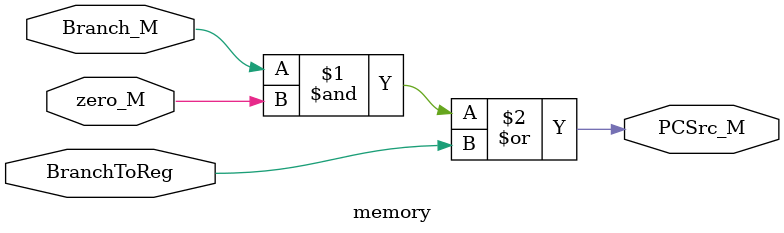
<source format=sv>

module memory 
(	input logic Branch_M, zero_M, BranchToReg,
	output logic PCSrc_M
);

	assign PCSrc_M = (Branch_M & zero_M) | BranchToReg;

endmodule

</source>
